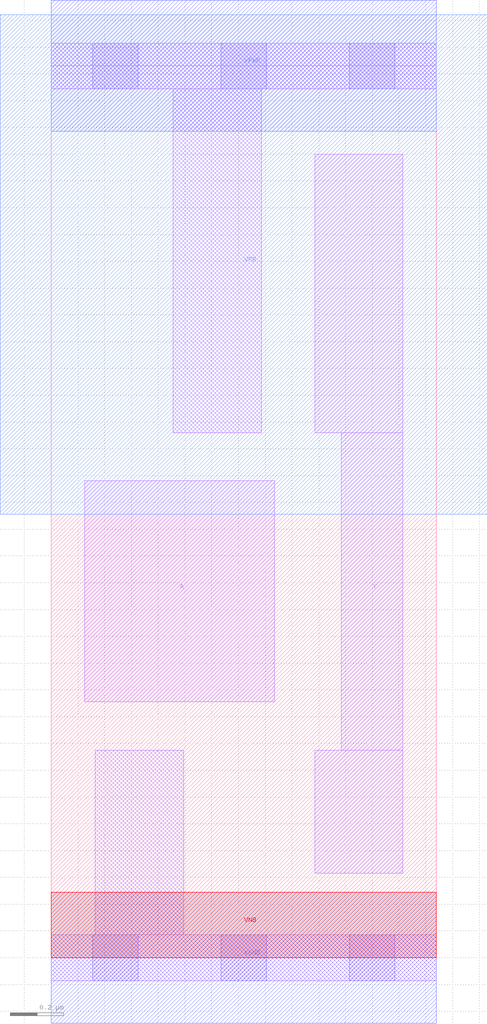
<source format=lef>
# Copyright 2020 The SkyWater PDK Authors
#
# Licensed under the Apache License, Version 2.0 (the "License");
# you may not use this file except in compliance with the License.
# You may obtain a copy of the License at
#
#     https://www.apache.org/licenses/LICENSE-2.0
#
# Unless required by applicable law or agreed to in writing, software
# distributed under the License is distributed on an "AS IS" BASIS,
# WITHOUT WARRANTIES OR CONDITIONS OF ANY KIND, either express or implied.
# See the License for the specific language governing permissions and
# limitations under the License.
#
# SPDX-License-Identifier: Apache-2.0

VERSION 5.7 ;
  NOWIREEXTENSIONATPIN ON ;
  DIVIDERCHAR "/" ;
  BUSBITCHARS "[]" ;
MACRO sky130_fd_sc_lp__clkinv_lp2
  CLASS CORE ;
  FOREIGN sky130_fd_sc_lp__clkinv_lp2 ;
  ORIGIN  0.000000  0.000000 ;
  SIZE  1.440000 BY  3.330000 ;
  SYMMETRY X Y R90 ;
  SITE unit ;
  PIN A
    ANTENNAGATEAREA  0.376000 ;
    DIRECTION INPUT ;
    USE SIGNAL ;
    PORT
      LAYER li1 ;
        RECT 0.125000 0.955000 0.835000 1.780000 ;
    END
  END A
  PIN Y
    ANTENNADIFFAREA  0.404700 ;
    DIRECTION OUTPUT ;
    USE SIGNAL ;
    PORT
      LAYER li1 ;
        RECT 0.985000 0.315000 1.315000 0.775000 ;
        RECT 0.985000 1.960000 1.315000 3.000000 ;
        RECT 1.085000 0.775000 1.315000 1.960000 ;
    END
  END Y
  PIN VGND
    DIRECTION INOUT ;
    USE GROUND ;
    PORT
      LAYER met1 ;
        RECT 0.000000 -0.245000 1.440000 0.245000 ;
    END
  END VGND
  PIN VNB
    DIRECTION INOUT ;
    USE GROUND ;
    PORT
      LAYER pwell ;
        RECT 0.000000 0.000000 1.440000 0.245000 ;
    END
  END VNB
  PIN VPB
    DIRECTION INOUT ;
    USE POWER ;
    PORT
      LAYER nwell ;
        RECT -0.190000 1.655000 1.630000 3.520000 ;
    END
  END VPB
  PIN VPWR
    DIRECTION INOUT ;
    USE POWER ;
    PORT
      LAYER met1 ;
        RECT 0.000000 3.085000 1.440000 3.575000 ;
    END
  END VPWR
  OBS
    LAYER li1 ;
      RECT 0.000000 -0.085000 1.440000 0.085000 ;
      RECT 0.000000  3.245000 1.440000 3.415000 ;
      RECT 0.165000  0.085000 0.495000 0.775000 ;
      RECT 0.455000  1.960000 0.785000 3.245000 ;
    LAYER mcon ;
      RECT 0.155000 -0.085000 0.325000 0.085000 ;
      RECT 0.155000  3.245000 0.325000 3.415000 ;
      RECT 0.635000 -0.085000 0.805000 0.085000 ;
      RECT 0.635000  3.245000 0.805000 3.415000 ;
      RECT 1.115000 -0.085000 1.285000 0.085000 ;
      RECT 1.115000  3.245000 1.285000 3.415000 ;
  END
END sky130_fd_sc_lp__clkinv_lp2
END LIBRARY

</source>
